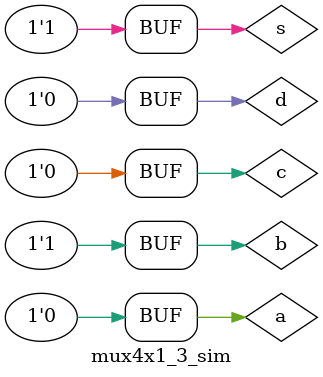
<source format=v>
module mux4x1_3_sim (
    
);
    reg a=3'b000,b=3'b001,c=3'b010,d=3'b100,s=2'b00,y;//有错误
    
    mux4x1_3 u(a,b,c,d,s,y);
    initial begin
        #200 s=2'b01;
        #200 s=2'b10;
        #200 s=2'b11;

    end
endmodule
</source>
